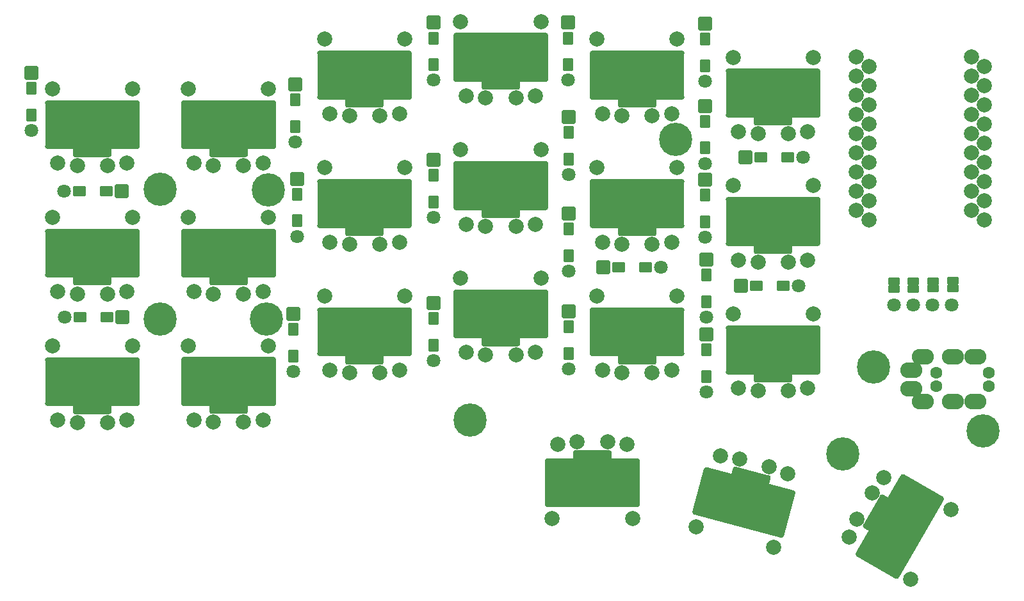
<source format=gts>
G04 #@! TF.GenerationSoftware,KiCad,Pcbnew,(6.0.7)*
G04 #@! TF.CreationDate,2022-09-10T18:50:33+02:00*
G04 #@! TF.ProjectId,chococorne,63686f63-6f63-46f7-926e-652e6b696361,2.1*
G04 #@! TF.SameCoordinates,Original*
G04 #@! TF.FileFunction,Soldermask,Top*
G04 #@! TF.FilePolarity,Negative*
%FSLAX46Y46*%
G04 Gerber Fmt 4.6, Leading zero omitted, Abs format (unit mm)*
G04 Created by KiCad (PCBNEW (6.0.7)) date 2022-09-10 18:50:33*
%MOMM*%
%LPD*%
G01*
G04 APERTURE LIST*
G04 Aperture macros list*
%AMRoundRect*
0 Rectangle with rounded corners*
0 $1 Rounding radius*
0 $2 $3 $4 $5 $6 $7 $8 $9 X,Y pos of 4 corners*
0 Add a 4 corners polygon primitive as box body*
4,1,4,$2,$3,$4,$5,$6,$7,$8,$9,$2,$3,0*
0 Add four circle primitives for the rounded corners*
1,1,$1+$1,$2,$3*
1,1,$1+$1,$4,$5*
1,1,$1+$1,$6,$7*
1,1,$1+$1,$8,$9*
0 Add four rect primitives between the rounded corners*
20,1,$1+$1,$2,$3,$4,$5,0*
20,1,$1+$1,$4,$5,$6,$7,0*
20,1,$1+$1,$6,$7,$8,$9,0*
20,1,$1+$1,$8,$9,$2,$3,0*%
%AMHorizOval*
0 Thick line with rounded ends*
0 $1 width*
0 $2 $3 position (X,Y) of the first rounded end (center of the circle)*
0 $4 $5 position (X,Y) of the second rounded end (center of the circle)*
0 Add line between two ends*
20,1,$1,$2,$3,$4,$5,0*
0 Add two circle primitives to create the rounded ends*
1,1,$1,$2,$3*
1,1,$1,$4,$5*%
G04 Aperture macros list end*
%ADD10RoundRect,0.200000X-0.475000X0.650000X-0.475000X-0.650000X0.475000X-0.650000X0.475000X0.650000X0*%
%ADD11RoundRect,0.200000X-0.698500X0.698500X-0.698500X-0.698500X0.698500X-0.698500X0.698500X0.698500X0*%
%ADD12C,1.797000*%
%ADD13RoundRect,0.200000X-0.650000X-0.475000X0.650000X-0.475000X0.650000X0.475000X-0.650000X0.475000X0*%
%ADD14RoundRect,0.200000X-0.698500X-0.698500X0.698500X-0.698500X0.698500X0.698500X-0.698500X0.698500X0*%
%ADD15C,1.600000*%
%ADD16O,2.900000X2.100000*%
%ADD17O,1.400000X6.300000*%
%ADD18O,0.700000X6.500000*%
%ADD19O,12.250000X6.300000*%
%ADD20O,5.100000X1.400000*%
%ADD21O,12.500000X0.700000*%
%ADD22O,5.100000X0.700000*%
%ADD23O,0.700000X1.600000*%
%ADD24C,2.000000*%
%ADD25HorizOval,0.700000X-0.750575X-2.801185X0.750575X2.801185X0*%
%ADD26HorizOval,0.700000X-5.698962X1.527032X5.698962X-1.527032X0*%
%ADD27HorizOval,6.300000X-2.873629X0.769987X2.873629X-0.769987X0*%
%ADD28HorizOval,1.400000X0.634107X2.366518X-0.634107X-2.366518X0*%
%ADD29HorizOval,1.400000X-1.786963X0.478815X1.786963X-0.478815X0*%
%ADD30HorizOval,0.700000X-0.116469X-0.434667X0.116469X0.434667X0*%
%ADD31HorizOval,0.700000X-2.125037X0.569402X2.125037X-0.569402X0*%
%ADD32HorizOval,1.400000X-2.121762X1.225000X2.121762X-1.225000X0*%
%ADD33HorizOval,0.700000X2.511474X-1.450000X-2.511474X1.450000X0*%
%ADD34HorizOval,0.700000X-2.950000X-5.109550X2.950000X5.109550X0*%
%ADD35HorizOval,6.300000X-1.487500X-2.576426X1.487500X2.576426X0*%
%ADD36HorizOval,1.400000X-0.925000X-1.602147X0.925000X1.602147X0*%
%ADD37HorizOval,0.700000X-1.100000X-1.905256X1.100000X1.905256X0*%
%ADD38HorizOval,0.700000X0.389711X-0.225000X-0.389711X0.225000X0*%
%ADD39RoundRect,0.200000X0.698500X0.698500X-0.698500X0.698500X-0.698500X-0.698500X0.698500X-0.698500X0*%
%ADD40RoundRect,0.200000X0.650000X0.475000X-0.650000X0.475000X-0.650000X-0.475000X0.650000X-0.475000X0*%
%ADD41RoundRect,0.200000X-0.571500X0.317500X-0.571500X-0.317500X0.571500X-0.317500X0.571500X0.317500X0*%
%ADD42C,4.400000*%
G04 APERTURE END LIST*
D10*
X94750000Y-62265000D03*
D11*
X94750000Y-60230000D03*
D10*
X94750000Y-65815000D03*
D12*
X94750000Y-67850000D03*
D11*
X113030000Y-52070000D03*
D10*
X113030000Y-54105000D03*
D12*
X113030000Y-59690000D03*
D10*
X113030000Y-57655000D03*
D11*
X130810000Y-52070000D03*
D10*
X130810000Y-54105000D03*
D12*
X130810000Y-59690000D03*
D10*
X130810000Y-57655000D03*
D11*
X148890000Y-52210000D03*
D10*
X148890000Y-54245000D03*
D12*
X148890000Y-59830000D03*
D10*
X148890000Y-57795000D03*
D11*
X148900000Y-63080000D03*
D10*
X148900000Y-65115000D03*
X148900000Y-68665000D03*
D12*
X148900000Y-70700000D03*
D11*
X94980000Y-72730000D03*
D10*
X94980000Y-74765000D03*
D12*
X94980000Y-80350000D03*
D10*
X94980000Y-78315000D03*
X113030000Y-72250000D03*
D11*
X113030000Y-70215000D03*
D10*
X113030000Y-75800000D03*
D12*
X113030000Y-77835000D03*
D11*
X130920000Y-64550000D03*
D10*
X130920000Y-66585000D03*
X130920000Y-70135000D03*
D12*
X130920000Y-72170000D03*
D13*
X156295000Y-69890000D03*
D14*
X154260000Y-69890000D03*
D13*
X159845000Y-69890000D03*
D12*
X161880000Y-69890000D03*
D11*
X148950000Y-72865000D03*
D10*
X148950000Y-74900000D03*
D12*
X148950000Y-80485000D03*
D10*
X148950000Y-78450000D03*
X94480000Y-92700000D03*
D11*
X94480000Y-90665000D03*
D12*
X94480000Y-98285000D03*
D10*
X94480000Y-96250000D03*
D11*
X113030000Y-89215000D03*
D10*
X113030000Y-91250000D03*
X113030000Y-94800000D03*
D12*
X113030000Y-96835000D03*
D11*
X130890000Y-77370000D03*
D10*
X130890000Y-79405000D03*
X130890000Y-82955000D03*
D12*
X130890000Y-84990000D03*
D13*
X155675000Y-86910000D03*
D14*
X153640000Y-86910000D03*
D12*
X161260000Y-86910000D03*
D13*
X159225000Y-86910000D03*
D10*
X149050000Y-85465000D03*
D11*
X149050000Y-83430000D03*
D12*
X149050000Y-91050000D03*
D10*
X149050000Y-89015000D03*
D14*
X135460000Y-84480000D03*
D13*
X137495000Y-84480000D03*
X141045000Y-84480000D03*
D12*
X143080000Y-84480000D03*
D11*
X130910000Y-90260000D03*
D10*
X130910000Y-92295000D03*
X130910000Y-95845000D03*
D12*
X130910000Y-97880000D03*
D10*
X149050000Y-95345000D03*
D11*
X149050000Y-93310000D03*
D12*
X149050000Y-100930000D03*
D10*
X149050000Y-98895000D03*
D15*
X186460000Y-100170000D03*
X179460000Y-98420000D03*
X186460000Y-98420000D03*
X179460000Y-100170000D03*
D16*
X176160000Y-98070000D03*
X176160000Y-100520000D03*
X184660000Y-96320000D03*
X184660000Y-102270000D03*
X181660000Y-102270000D03*
X181660000Y-96320000D03*
X177660000Y-102270000D03*
X177660000Y-96320000D03*
D17*
X81710000Y-65580000D03*
X80550000Y-65580000D03*
D18*
X91810000Y-65580000D03*
D17*
X81320000Y-65580000D03*
D19*
X85910000Y-65580000D03*
D20*
X85910000Y-69080000D03*
D18*
X80010000Y-65580000D03*
D17*
X91270000Y-65580000D03*
X90500000Y-65580000D03*
D21*
X85910000Y-62680000D03*
D22*
X85910000Y-69530000D03*
D23*
X83710000Y-69080000D03*
D17*
X90110000Y-65580000D03*
D21*
X85910000Y-68480000D03*
D23*
X88110000Y-69080000D03*
D24*
X90490000Y-70680000D03*
X81330000Y-70680000D03*
X83910000Y-70980000D03*
X87910000Y-70980000D03*
X91210000Y-60830000D03*
X80610000Y-60830000D03*
D23*
X106110000Y-62520000D03*
D19*
X103910000Y-59020000D03*
D17*
X109270000Y-59020000D03*
X98550000Y-59020000D03*
D18*
X109810000Y-59020000D03*
D20*
X103910000Y-62520000D03*
D17*
X108110000Y-59020000D03*
X99320000Y-59020000D03*
D21*
X103910000Y-56120000D03*
D18*
X98010000Y-59020000D03*
D17*
X108500000Y-59020000D03*
X99710000Y-59020000D03*
D23*
X101710000Y-62520000D03*
D22*
X103910000Y-62970000D03*
D21*
X103910000Y-61920000D03*
D24*
X108490000Y-64120000D03*
X99330000Y-64120000D03*
X105910000Y-64420000D03*
X101910000Y-64420000D03*
X109210000Y-54270000D03*
X98610000Y-54270000D03*
D17*
X127270000Y-56660000D03*
D18*
X127810000Y-56660000D03*
D19*
X121910000Y-56660000D03*
D17*
X117710000Y-56660000D03*
X116550000Y-56660000D03*
D22*
X121910000Y-60610000D03*
D17*
X126110000Y-56660000D03*
D21*
X121910000Y-53760000D03*
X121910000Y-59560000D03*
D17*
X117320000Y-56660000D03*
D18*
X116010000Y-56660000D03*
D17*
X126500000Y-56660000D03*
D23*
X124110000Y-60160000D03*
X119710000Y-60160000D03*
D20*
X121910000Y-60160000D03*
D24*
X126490000Y-61760000D03*
X117330000Y-61760000D03*
X119910000Y-62060000D03*
X123910000Y-62060000D03*
X127210000Y-51910000D03*
X116610000Y-51910000D03*
D17*
X144500000Y-59020000D03*
D21*
X139910000Y-61920000D03*
D22*
X139910000Y-62970000D03*
D23*
X137710000Y-62520000D03*
D18*
X134010000Y-59020000D03*
D17*
X135320000Y-59020000D03*
X134550000Y-59020000D03*
D20*
X139910000Y-62520000D03*
D23*
X142110000Y-62520000D03*
D18*
X145810000Y-59020000D03*
D21*
X139910000Y-56120000D03*
D17*
X144110000Y-59020000D03*
D19*
X139910000Y-59020000D03*
D17*
X145270000Y-59020000D03*
X135710000Y-59020000D03*
D24*
X135330000Y-64120000D03*
X144490000Y-64120000D03*
X141910000Y-64420000D03*
X137910000Y-64420000D03*
X145210000Y-54270000D03*
X134610000Y-54270000D03*
D19*
X157910000Y-61400000D03*
D17*
X162110000Y-61400000D03*
D20*
X157910000Y-64900000D03*
D17*
X152550000Y-61400000D03*
D18*
X152010000Y-61400000D03*
D21*
X157910000Y-64300000D03*
D17*
X153710000Y-61400000D03*
D23*
X155710000Y-64900000D03*
D22*
X157910000Y-65350000D03*
D18*
X163810000Y-61400000D03*
D23*
X160110000Y-64900000D03*
D17*
X153320000Y-61400000D03*
X162500000Y-61400000D03*
X163270000Y-61400000D03*
D21*
X157910000Y-58500000D03*
D24*
X162490000Y-66500000D03*
X153330000Y-66500000D03*
X159910000Y-66800000D03*
X155910000Y-66800000D03*
X163210000Y-56650000D03*
X152610000Y-56650000D03*
D18*
X91810000Y-82580000D03*
D21*
X85910000Y-79680000D03*
D17*
X90110000Y-82580000D03*
X81710000Y-82580000D03*
X80550000Y-82580000D03*
X91270000Y-82580000D03*
D18*
X80010000Y-82580000D03*
D21*
X85910000Y-85480000D03*
D17*
X90500000Y-82580000D03*
X81320000Y-82580000D03*
D19*
X85910000Y-82580000D03*
D23*
X83710000Y-86080000D03*
D20*
X85910000Y-86080000D03*
D23*
X88110000Y-86080000D03*
D22*
X85910000Y-86530000D03*
D24*
X90490000Y-87680000D03*
X81330000Y-87680000D03*
X83910000Y-87980000D03*
X87910000Y-87980000D03*
X91210000Y-77830000D03*
X80610000Y-77830000D03*
D22*
X103910000Y-79970000D03*
D21*
X103910000Y-73120000D03*
D19*
X103910000Y-76020000D03*
D17*
X99710000Y-76020000D03*
X108500000Y-76020000D03*
X99320000Y-76020000D03*
D20*
X103910000Y-79520000D03*
D18*
X98010000Y-76020000D03*
D17*
X108110000Y-76020000D03*
D21*
X103910000Y-78920000D03*
D23*
X101710000Y-79520000D03*
D18*
X109810000Y-76020000D03*
D23*
X106110000Y-79520000D03*
D17*
X98550000Y-76020000D03*
X109270000Y-76020000D03*
D24*
X108490000Y-81120000D03*
X99330000Y-81120000D03*
X105910000Y-81420000D03*
X101910000Y-81420000D03*
X109210000Y-71270000D03*
X98610000Y-71270000D03*
D17*
X126110000Y-73650000D03*
D23*
X124110000Y-77150000D03*
D18*
X116010000Y-73650000D03*
D22*
X121910000Y-77600000D03*
D20*
X121910000Y-77150000D03*
D17*
X117320000Y-73650000D03*
X126500000Y-73650000D03*
X116550000Y-73650000D03*
X117710000Y-73650000D03*
D19*
X121910000Y-73650000D03*
D21*
X121910000Y-70750000D03*
D18*
X127810000Y-73650000D03*
D23*
X119710000Y-77150000D03*
D17*
X127270000Y-73650000D03*
D21*
X121910000Y-76550000D03*
D24*
X126490000Y-78750000D03*
X117330000Y-78750000D03*
X119910000Y-79050000D03*
X123910000Y-79050000D03*
X127210000Y-68900000D03*
X116610000Y-68900000D03*
D17*
X144500000Y-76020000D03*
D21*
X139910000Y-73120000D03*
D17*
X135710000Y-76020000D03*
D18*
X145810000Y-76020000D03*
D17*
X144110000Y-76020000D03*
D21*
X139910000Y-78920000D03*
D18*
X134010000Y-76020000D03*
D20*
X139910000Y-79520000D03*
D23*
X137710000Y-79520000D03*
X142110000Y-79520000D03*
D17*
X134550000Y-76020000D03*
D22*
X139910000Y-79970000D03*
D17*
X135320000Y-76020000D03*
X145270000Y-76020000D03*
D19*
X139910000Y-76020000D03*
D24*
X135330000Y-81120000D03*
X144490000Y-81120000D03*
X137910000Y-81420000D03*
X141910000Y-81420000D03*
X145210000Y-71270000D03*
X134610000Y-71270000D03*
D17*
X163270000Y-78400000D03*
X152550000Y-78400000D03*
D18*
X152010000Y-78400000D03*
D17*
X153320000Y-78400000D03*
D23*
X160110000Y-81900000D03*
X155710000Y-81900000D03*
D22*
X157910000Y-82350000D03*
D20*
X157910000Y-81900000D03*
D17*
X162110000Y-78400000D03*
X153710000Y-78400000D03*
D21*
X157910000Y-81300000D03*
X157910000Y-75500000D03*
D17*
X162500000Y-78400000D03*
D19*
X157910000Y-78400000D03*
D18*
X163810000Y-78400000D03*
D24*
X153330000Y-83500000D03*
X162490000Y-83500000D03*
X159910000Y-83800000D03*
X155910000Y-83800000D03*
X163210000Y-73650000D03*
X152610000Y-73650000D03*
D17*
X81710000Y-99585000D03*
D20*
X85910000Y-103085000D03*
D22*
X85910000Y-103535000D03*
D17*
X80550000Y-99585000D03*
D23*
X88110000Y-103085000D03*
D18*
X80010000Y-99585000D03*
D17*
X81320000Y-99585000D03*
D21*
X85910000Y-102485000D03*
D17*
X90500000Y-99585000D03*
X90110000Y-99585000D03*
D19*
X85910000Y-99585000D03*
D18*
X91810000Y-99585000D03*
D21*
X85910000Y-96685000D03*
D23*
X83710000Y-103085000D03*
D17*
X91270000Y-99585000D03*
D24*
X90490000Y-104685000D03*
X81330000Y-104685000D03*
X87910000Y-104985000D03*
X83910000Y-104985000D03*
X91210000Y-94835000D03*
X80610000Y-94835000D03*
D17*
X109270000Y-93025000D03*
D18*
X109810000Y-93025000D03*
D20*
X103910000Y-96525000D03*
D17*
X98550000Y-93025000D03*
D22*
X103910000Y-96975000D03*
D18*
X98010000Y-93025000D03*
D17*
X108110000Y-93025000D03*
D23*
X106110000Y-96525000D03*
D21*
X103910000Y-90125000D03*
D17*
X99320000Y-93025000D03*
X99710000Y-93025000D03*
D19*
X103910000Y-93025000D03*
D23*
X101710000Y-96525000D03*
D21*
X103910000Y-95925000D03*
D17*
X108500000Y-93025000D03*
D24*
X99330000Y-98125000D03*
X108490000Y-98125000D03*
X101910000Y-98425000D03*
X105910000Y-98425000D03*
X109210000Y-88275000D03*
X98610000Y-88275000D03*
D23*
X124110000Y-94150000D03*
D21*
X121910000Y-87750000D03*
D20*
X121910000Y-94150000D03*
D17*
X117710000Y-90650000D03*
X116550000Y-90650000D03*
X117320000Y-90650000D03*
X127270000Y-90650000D03*
D18*
X127810000Y-90650000D03*
D17*
X126110000Y-90650000D03*
D18*
X116010000Y-90650000D03*
D17*
X126500000Y-90650000D03*
D23*
X119710000Y-94150000D03*
D19*
X121910000Y-90650000D03*
D21*
X121910000Y-93550000D03*
D22*
X121910000Y-94600000D03*
D24*
X117330000Y-95750000D03*
X126490000Y-95750000D03*
X123910000Y-96050000D03*
X119910000Y-96050000D03*
X127210000Y-85900000D03*
X116610000Y-85900000D03*
D18*
X134010000Y-93025000D03*
D23*
X142110000Y-96525000D03*
D21*
X139910000Y-95925000D03*
D22*
X139910000Y-96975000D03*
D17*
X135710000Y-93025000D03*
X145270000Y-93025000D03*
X135320000Y-93025000D03*
D18*
X145810000Y-93025000D03*
D17*
X134550000Y-93025000D03*
D20*
X139910000Y-96525000D03*
D21*
X139910000Y-90125000D03*
D17*
X144500000Y-93025000D03*
D23*
X137710000Y-96525000D03*
D19*
X139910000Y-93025000D03*
D17*
X144110000Y-93025000D03*
D24*
X135330000Y-98125000D03*
X144490000Y-98125000D03*
X137910000Y-98425000D03*
X141910000Y-98425000D03*
X145210000Y-88275000D03*
X134610000Y-88275000D03*
D21*
X157910000Y-98300000D03*
D23*
X155710000Y-98900000D03*
D21*
X157910000Y-92500000D03*
D22*
X157910000Y-99350000D03*
D17*
X153320000Y-95400000D03*
D19*
X157910000Y-95400000D03*
D23*
X160110000Y-98900000D03*
D17*
X153710000Y-95400000D03*
D18*
X163810000Y-95400000D03*
X152010000Y-95400000D03*
D17*
X163270000Y-95400000D03*
X162110000Y-95400000D03*
D20*
X157910000Y-98900000D03*
D17*
X152550000Y-95400000D03*
X162500000Y-95400000D03*
D24*
X153330000Y-100500000D03*
X162490000Y-100500000D03*
X159910000Y-100800000D03*
X155910000Y-100800000D03*
X163210000Y-90650000D03*
X152610000Y-90650000D03*
D18*
X128110000Y-112990000D03*
D17*
X129810000Y-112990000D03*
X129420000Y-112990000D03*
D22*
X134010000Y-109040000D03*
D23*
X131810000Y-109490000D03*
D17*
X128650000Y-112990000D03*
D19*
X134010000Y-112990000D03*
D17*
X139370000Y-112990000D03*
D18*
X139910000Y-112990000D03*
D21*
X134010000Y-110090000D03*
D17*
X138600000Y-112990000D03*
X138210000Y-112990000D03*
D21*
X134010000Y-115890000D03*
D23*
X136210000Y-109490000D03*
D20*
X134010000Y-109490000D03*
D24*
X129430000Y-107890000D03*
X138590000Y-107890000D03*
X132010000Y-107590000D03*
X136010000Y-107590000D03*
X128710000Y-117740000D03*
X139310000Y-117740000D03*
D25*
X159758962Y-117107032D03*
D26*
X154810575Y-112778815D03*
D27*
X154060000Y-115580000D03*
D28*
X149626400Y-114392021D03*
D29*
X154965867Y-112199260D03*
D30*
X152840830Y-111629858D03*
X157090903Y-112768662D03*
D28*
X158493600Y-116767979D03*
X148882638Y-114192730D03*
X150003112Y-114492960D03*
D25*
X148361038Y-114052968D03*
D28*
X159237362Y-116967270D03*
D26*
X153309425Y-118381185D03*
D28*
X158116888Y-116667040D03*
D31*
X155082335Y-111764593D03*
D24*
X159803917Y-111839170D03*
X150956037Y-109468387D03*
X157389474Y-110881639D03*
X153525771Y-109846362D03*
X147711203Y-118796407D03*
X157950016Y-121539889D03*
D32*
X176955000Y-114814943D03*
X171980000Y-123431896D03*
X172365000Y-122765057D03*
D33*
X177610000Y-113680450D03*
D34*
X177171474Y-120240000D03*
D35*
X174660000Y-118790000D03*
D32*
X177340000Y-114148104D03*
D36*
X171628911Y-117040000D03*
D33*
X171710000Y-123899550D03*
D37*
X171239200Y-116815000D03*
D32*
X172560000Y-122427307D03*
D38*
X172728911Y-115134744D03*
X170528911Y-118945256D03*
D32*
X176760000Y-115152693D03*
D34*
X172148526Y-117340000D03*
D24*
X172533270Y-112273604D03*
X167953270Y-120206396D03*
X170983463Y-114357949D03*
X168983463Y-117822051D03*
X176123621Y-125754935D03*
X181423621Y-116575065D03*
D39*
X71770000Y-74350000D03*
D40*
X69735000Y-74350000D03*
D12*
X64150000Y-74350000D03*
D40*
X66185000Y-74350000D03*
D39*
X71860000Y-91050000D03*
D40*
X69825000Y-91050000D03*
D12*
X64240000Y-91050000D03*
D40*
X66275000Y-91050000D03*
D21*
X67910000Y-79680000D03*
D17*
X72110000Y-82580000D03*
D19*
X67910000Y-82580000D03*
D17*
X72500000Y-82580000D03*
D18*
X73810000Y-82580000D03*
D17*
X63320000Y-82580000D03*
D20*
X67910000Y-86080000D03*
D17*
X62550000Y-82580000D03*
D23*
X70110000Y-86080000D03*
D22*
X67910000Y-86530000D03*
D21*
X67910000Y-85480000D03*
D23*
X65710000Y-86080000D03*
D18*
X62010000Y-82580000D03*
D17*
X73270000Y-82580000D03*
X63710000Y-82580000D03*
D24*
X63330000Y-87680000D03*
X72490000Y-87680000D03*
X69910000Y-87980000D03*
X65910000Y-87980000D03*
X73210000Y-77830000D03*
X62610000Y-77830000D03*
D20*
X67910000Y-103100000D03*
D18*
X62010000Y-99600000D03*
D23*
X65710000Y-103100000D03*
D17*
X63320000Y-99600000D03*
X73270000Y-99600000D03*
D19*
X67910000Y-99600000D03*
D23*
X70110000Y-103100000D03*
D21*
X67910000Y-96700000D03*
D17*
X63710000Y-99600000D03*
X72500000Y-99600000D03*
X72110000Y-99600000D03*
D18*
X73810000Y-99600000D03*
D22*
X67910000Y-103550000D03*
D21*
X67910000Y-102500000D03*
D17*
X62550000Y-99600000D03*
D24*
X63330000Y-104700000D03*
X72490000Y-104700000D03*
X69910000Y-105000000D03*
X65910000Y-105000000D03*
X73210000Y-94850000D03*
X62610000Y-94850000D03*
D17*
X72500000Y-65580000D03*
X63320000Y-65580000D03*
X72110000Y-65580000D03*
D18*
X62010000Y-65580000D03*
X73810000Y-65580000D03*
D22*
X67910000Y-69530000D03*
D23*
X70110000Y-69080000D03*
D19*
X67910000Y-65580000D03*
D23*
X65710000Y-69080000D03*
D17*
X62550000Y-65580000D03*
D21*
X67910000Y-68480000D03*
X67910000Y-62680000D03*
D20*
X67910000Y-69080000D03*
D17*
X73270000Y-65580000D03*
X63710000Y-65580000D03*
D24*
X72490000Y-70680000D03*
X63330000Y-70680000D03*
X69910000Y-70980000D03*
X65910000Y-70980000D03*
X73210000Y-60830000D03*
X62610000Y-60830000D03*
D41*
X179070000Y-86279620D03*
X179070000Y-87280380D03*
D12*
X173930000Y-89440000D03*
X176470000Y-89440000D03*
X179010000Y-89440000D03*
X181550000Y-89440000D03*
D41*
X176470000Y-86299620D03*
X176470000Y-87300380D03*
X173930000Y-86329620D03*
X173930000Y-87330380D03*
X181640000Y-86270020D03*
X181640000Y-87270780D03*
D42*
X171180000Y-97630000D03*
X185680000Y-106130000D03*
D11*
X59820000Y-58710000D03*
D10*
X59820000Y-60745000D03*
D12*
X59820000Y-66330000D03*
D10*
X59820000Y-64295000D03*
D42*
X91180000Y-74180000D03*
X145020000Y-67520000D03*
X76870000Y-74150000D03*
X117820000Y-104650000D03*
X167140000Y-109200000D03*
X76870000Y-91290000D03*
X90950000Y-91280000D03*
D24*
X184150000Y-56642000D03*
X184150000Y-59182000D03*
X184150000Y-61722000D03*
X184150000Y-64262000D03*
X184150000Y-66802000D03*
X184150000Y-69342000D03*
X184150000Y-71882000D03*
X184150000Y-74422000D03*
X184150000Y-76962000D03*
X168910000Y-76962000D03*
X168910000Y-74422000D03*
X168910000Y-71882000D03*
X168910000Y-69342000D03*
X168910000Y-66802000D03*
X168910000Y-64262000D03*
X168910000Y-61722000D03*
X168910000Y-56642000D03*
X168910000Y-59182000D03*
X170561000Y-57912000D03*
X170561000Y-60452000D03*
X170561000Y-62992000D03*
X170561000Y-65532000D03*
X170561000Y-68072000D03*
X170561000Y-70612000D03*
X170561000Y-73152000D03*
X170561000Y-75692000D03*
X170561000Y-78232000D03*
X185801000Y-78232000D03*
X185801000Y-75692000D03*
X185801000Y-73152000D03*
X185801000Y-70612000D03*
X185801000Y-68072000D03*
X185801000Y-65532000D03*
X185801000Y-62992000D03*
X185801000Y-57912000D03*
X185801000Y-60452000D03*
M02*

</source>
